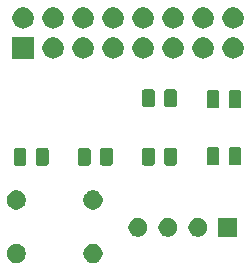
<source format=gts>
G04 #@! TF.GenerationSoftware,KiCad,Pcbnew,(5.1.5)-3*
G04 #@! TF.CreationDate,2020-07-05T19:40:21-04:00*
G04 #@! TF.ProjectId,RPi HAT,52506920-4841-4542-9e6b-696361645f70,rev?*
G04 #@! TF.SameCoordinates,Original*
G04 #@! TF.FileFunction,Soldermask,Top*
G04 #@! TF.FilePolarity,Negative*
%FSLAX46Y46*%
G04 Gerber Fmt 4.6, Leading zero omitted, Abs format (unit mm)*
G04 Created by KiCad (PCBNEW (5.1.5)-3) date 2020-07-05 19:40:21*
%MOMM*%
%LPD*%
G04 APERTURE LIST*
%ADD10C,0.100000*%
G04 APERTURE END LIST*
D10*
G36*
X123960542Y-106507842D02*
G01*
X124108501Y-106569129D01*
X124241655Y-106658099D01*
X124354901Y-106771345D01*
X124443871Y-106904499D01*
X124505158Y-107052458D01*
X124536400Y-107209525D01*
X124536400Y-107369675D01*
X124505158Y-107526742D01*
X124443871Y-107674701D01*
X124354901Y-107807855D01*
X124241655Y-107921101D01*
X124108501Y-108010071D01*
X123960542Y-108071358D01*
X123803475Y-108102600D01*
X123643325Y-108102600D01*
X123486258Y-108071358D01*
X123338299Y-108010071D01*
X123205145Y-107921101D01*
X123091899Y-107807855D01*
X123002929Y-107674701D01*
X122941642Y-107526742D01*
X122910400Y-107369675D01*
X122910400Y-107209525D01*
X122941642Y-107052458D01*
X123002929Y-106904499D01*
X123091899Y-106771345D01*
X123205145Y-106658099D01*
X123338299Y-106569129D01*
X123486258Y-106507842D01*
X123643325Y-106476600D01*
X123803475Y-106476600D01*
X123960542Y-106507842D01*
G37*
G36*
X117458142Y-106507842D02*
G01*
X117606101Y-106569129D01*
X117739255Y-106658099D01*
X117852501Y-106771345D01*
X117941471Y-106904499D01*
X118002758Y-107052458D01*
X118034000Y-107209525D01*
X118034000Y-107369675D01*
X118002758Y-107526742D01*
X117941471Y-107674701D01*
X117852501Y-107807855D01*
X117739255Y-107921101D01*
X117606101Y-108010071D01*
X117458142Y-108071358D01*
X117301075Y-108102600D01*
X117140925Y-108102600D01*
X116983858Y-108071358D01*
X116835899Y-108010071D01*
X116702745Y-107921101D01*
X116589499Y-107807855D01*
X116500529Y-107674701D01*
X116439242Y-107526742D01*
X116408000Y-107369675D01*
X116408000Y-107209525D01*
X116439242Y-107052458D01*
X116500529Y-106904499D01*
X116589499Y-106771345D01*
X116702745Y-106658099D01*
X116835899Y-106569129D01*
X116983858Y-106507842D01*
X117140925Y-106476600D01*
X117301075Y-106476600D01*
X117458142Y-106507842D01*
G37*
G36*
X135954400Y-105880800D02*
G01*
X134352400Y-105880800D01*
X134352400Y-104278800D01*
X135954400Y-104278800D01*
X135954400Y-105880800D01*
G37*
G36*
X132847042Y-104309581D02*
G01*
X132992814Y-104369962D01*
X132992816Y-104369963D01*
X133124008Y-104457622D01*
X133235578Y-104569192D01*
X133323237Y-104700384D01*
X133323238Y-104700386D01*
X133383619Y-104846158D01*
X133414400Y-105000907D01*
X133414400Y-105158693D01*
X133383619Y-105313442D01*
X133323238Y-105459214D01*
X133323237Y-105459216D01*
X133235578Y-105590408D01*
X133124008Y-105701978D01*
X132992816Y-105789637D01*
X132992815Y-105789638D01*
X132992814Y-105789638D01*
X132847042Y-105850019D01*
X132692293Y-105880800D01*
X132534507Y-105880800D01*
X132379758Y-105850019D01*
X132233986Y-105789638D01*
X132233985Y-105789638D01*
X132233984Y-105789637D01*
X132102792Y-105701978D01*
X131991222Y-105590408D01*
X131903563Y-105459216D01*
X131903562Y-105459214D01*
X131843181Y-105313442D01*
X131812400Y-105158693D01*
X131812400Y-105000907D01*
X131843181Y-104846158D01*
X131903562Y-104700386D01*
X131903563Y-104700384D01*
X131991222Y-104569192D01*
X132102792Y-104457622D01*
X132233984Y-104369963D01*
X132233986Y-104369962D01*
X132379758Y-104309581D01*
X132534507Y-104278800D01*
X132692293Y-104278800D01*
X132847042Y-104309581D01*
G37*
G36*
X127767042Y-104309581D02*
G01*
X127912814Y-104369962D01*
X127912816Y-104369963D01*
X128044008Y-104457622D01*
X128155578Y-104569192D01*
X128243237Y-104700384D01*
X128243238Y-104700386D01*
X128303619Y-104846158D01*
X128334400Y-105000907D01*
X128334400Y-105158693D01*
X128303619Y-105313442D01*
X128243238Y-105459214D01*
X128243237Y-105459216D01*
X128155578Y-105590408D01*
X128044008Y-105701978D01*
X127912816Y-105789637D01*
X127912815Y-105789638D01*
X127912814Y-105789638D01*
X127767042Y-105850019D01*
X127612293Y-105880800D01*
X127454507Y-105880800D01*
X127299758Y-105850019D01*
X127153986Y-105789638D01*
X127153985Y-105789638D01*
X127153984Y-105789637D01*
X127022792Y-105701978D01*
X126911222Y-105590408D01*
X126823563Y-105459216D01*
X126823562Y-105459214D01*
X126763181Y-105313442D01*
X126732400Y-105158693D01*
X126732400Y-105000907D01*
X126763181Y-104846158D01*
X126823562Y-104700386D01*
X126823563Y-104700384D01*
X126911222Y-104569192D01*
X127022792Y-104457622D01*
X127153984Y-104369963D01*
X127153986Y-104369962D01*
X127299758Y-104309581D01*
X127454507Y-104278800D01*
X127612293Y-104278800D01*
X127767042Y-104309581D01*
G37*
G36*
X130307042Y-104309581D02*
G01*
X130452814Y-104369962D01*
X130452816Y-104369963D01*
X130584008Y-104457622D01*
X130695578Y-104569192D01*
X130783237Y-104700384D01*
X130783238Y-104700386D01*
X130843619Y-104846158D01*
X130874400Y-105000907D01*
X130874400Y-105158693D01*
X130843619Y-105313442D01*
X130783238Y-105459214D01*
X130783237Y-105459216D01*
X130695578Y-105590408D01*
X130584008Y-105701978D01*
X130452816Y-105789637D01*
X130452815Y-105789638D01*
X130452814Y-105789638D01*
X130307042Y-105850019D01*
X130152293Y-105880800D01*
X129994507Y-105880800D01*
X129839758Y-105850019D01*
X129693986Y-105789638D01*
X129693985Y-105789638D01*
X129693984Y-105789637D01*
X129562792Y-105701978D01*
X129451222Y-105590408D01*
X129363563Y-105459216D01*
X129363562Y-105459214D01*
X129303181Y-105313442D01*
X129272400Y-105158693D01*
X129272400Y-105000907D01*
X129303181Y-104846158D01*
X129363562Y-104700386D01*
X129363563Y-104700384D01*
X129451222Y-104569192D01*
X129562792Y-104457622D01*
X129693984Y-104369963D01*
X129693986Y-104369962D01*
X129839758Y-104309581D01*
X129994507Y-104278800D01*
X130152293Y-104278800D01*
X130307042Y-104309581D01*
G37*
G36*
X123960542Y-101986642D02*
G01*
X124108501Y-102047929D01*
X124241655Y-102136899D01*
X124354901Y-102250145D01*
X124443871Y-102383299D01*
X124505158Y-102531258D01*
X124536400Y-102688325D01*
X124536400Y-102848475D01*
X124505158Y-103005542D01*
X124443871Y-103153501D01*
X124354901Y-103286655D01*
X124241655Y-103399901D01*
X124108501Y-103488871D01*
X123960542Y-103550158D01*
X123803475Y-103581400D01*
X123643325Y-103581400D01*
X123486258Y-103550158D01*
X123338299Y-103488871D01*
X123205145Y-103399901D01*
X123091899Y-103286655D01*
X123002929Y-103153501D01*
X122941642Y-103005542D01*
X122910400Y-102848475D01*
X122910400Y-102688325D01*
X122941642Y-102531258D01*
X123002929Y-102383299D01*
X123091899Y-102250145D01*
X123205145Y-102136899D01*
X123338299Y-102047929D01*
X123486258Y-101986642D01*
X123643325Y-101955400D01*
X123803475Y-101955400D01*
X123960542Y-101986642D01*
G37*
G36*
X117458142Y-101986642D02*
G01*
X117606101Y-102047929D01*
X117739255Y-102136899D01*
X117852501Y-102250145D01*
X117941471Y-102383299D01*
X118002758Y-102531258D01*
X118034000Y-102688325D01*
X118034000Y-102848475D01*
X118002758Y-103005542D01*
X117941471Y-103153501D01*
X117852501Y-103286655D01*
X117739255Y-103399901D01*
X117606101Y-103488871D01*
X117458142Y-103550158D01*
X117301075Y-103581400D01*
X117140925Y-103581400D01*
X116983858Y-103550158D01*
X116835899Y-103488871D01*
X116702745Y-103399901D01*
X116589499Y-103286655D01*
X116500529Y-103153501D01*
X116439242Y-103005542D01*
X116408000Y-102848475D01*
X116408000Y-102688325D01*
X116439242Y-102531258D01*
X116500529Y-102383299D01*
X116589499Y-102250145D01*
X116702745Y-102136899D01*
X116835899Y-102047929D01*
X116983858Y-101986642D01*
X117140925Y-101955400D01*
X117301075Y-101955400D01*
X117458142Y-101986642D01*
G37*
G36*
X128786934Y-98358565D02*
G01*
X128825604Y-98370296D01*
X128861243Y-98389346D01*
X128892483Y-98414983D01*
X128918120Y-98446223D01*
X128937170Y-98481862D01*
X128948901Y-98520532D01*
X128953466Y-98566888D01*
X128953466Y-99643112D01*
X128948901Y-99689468D01*
X128937170Y-99728138D01*
X128918120Y-99763777D01*
X128892483Y-99795017D01*
X128861243Y-99820654D01*
X128825604Y-99839704D01*
X128786934Y-99851435D01*
X128740578Y-99856000D01*
X128089354Y-99856000D01*
X128042998Y-99851435D01*
X128004328Y-99839704D01*
X127968689Y-99820654D01*
X127937449Y-99795017D01*
X127911812Y-99763777D01*
X127892762Y-99728138D01*
X127881031Y-99689468D01*
X127876466Y-99643112D01*
X127876466Y-98566888D01*
X127881031Y-98520532D01*
X127892762Y-98481862D01*
X127911812Y-98446223D01*
X127937449Y-98414983D01*
X127968689Y-98389346D01*
X128004328Y-98370296D01*
X128042998Y-98358565D01*
X128089354Y-98354000D01*
X128740578Y-98354000D01*
X128786934Y-98358565D01*
G37*
G36*
X117925468Y-98358565D02*
G01*
X117964138Y-98370296D01*
X117999777Y-98389346D01*
X118031017Y-98414983D01*
X118056654Y-98446223D01*
X118075704Y-98481862D01*
X118087435Y-98520532D01*
X118092000Y-98566888D01*
X118092000Y-99643112D01*
X118087435Y-99689468D01*
X118075704Y-99728138D01*
X118056654Y-99763777D01*
X118031017Y-99795017D01*
X117999777Y-99820654D01*
X117964138Y-99839704D01*
X117925468Y-99851435D01*
X117879112Y-99856000D01*
X117227888Y-99856000D01*
X117181532Y-99851435D01*
X117142862Y-99839704D01*
X117107223Y-99820654D01*
X117075983Y-99795017D01*
X117050346Y-99763777D01*
X117031296Y-99728138D01*
X117019565Y-99689468D01*
X117015000Y-99643112D01*
X117015000Y-98566888D01*
X117019565Y-98520532D01*
X117031296Y-98481862D01*
X117050346Y-98446223D01*
X117075983Y-98414983D01*
X117107223Y-98389346D01*
X117142862Y-98370296D01*
X117181532Y-98358565D01*
X117227888Y-98354000D01*
X117879112Y-98354000D01*
X117925468Y-98358565D01*
G37*
G36*
X119800468Y-98358565D02*
G01*
X119839138Y-98370296D01*
X119874777Y-98389346D01*
X119906017Y-98414983D01*
X119931654Y-98446223D01*
X119950704Y-98481862D01*
X119962435Y-98520532D01*
X119967000Y-98566888D01*
X119967000Y-99643112D01*
X119962435Y-99689468D01*
X119950704Y-99728138D01*
X119931654Y-99763777D01*
X119906017Y-99795017D01*
X119874777Y-99820654D01*
X119839138Y-99839704D01*
X119800468Y-99851435D01*
X119754112Y-99856000D01*
X119102888Y-99856000D01*
X119056532Y-99851435D01*
X119017862Y-99839704D01*
X118982223Y-99820654D01*
X118950983Y-99795017D01*
X118925346Y-99763777D01*
X118906296Y-99728138D01*
X118894565Y-99689468D01*
X118890000Y-99643112D01*
X118890000Y-98566888D01*
X118894565Y-98520532D01*
X118906296Y-98481862D01*
X118925346Y-98446223D01*
X118950983Y-98414983D01*
X118982223Y-98389346D01*
X119017862Y-98370296D01*
X119056532Y-98358565D01*
X119102888Y-98354000D01*
X119754112Y-98354000D01*
X119800468Y-98358565D01*
G37*
G36*
X125231201Y-98358565D02*
G01*
X125269871Y-98370296D01*
X125305510Y-98389346D01*
X125336750Y-98414983D01*
X125362387Y-98446223D01*
X125381437Y-98481862D01*
X125393168Y-98520532D01*
X125397733Y-98566888D01*
X125397733Y-99643112D01*
X125393168Y-99689468D01*
X125381437Y-99728138D01*
X125362387Y-99763777D01*
X125336750Y-99795017D01*
X125305510Y-99820654D01*
X125269871Y-99839704D01*
X125231201Y-99851435D01*
X125184845Y-99856000D01*
X124533621Y-99856000D01*
X124487265Y-99851435D01*
X124448595Y-99839704D01*
X124412956Y-99820654D01*
X124381716Y-99795017D01*
X124356079Y-99763777D01*
X124337029Y-99728138D01*
X124325298Y-99689468D01*
X124320733Y-99643112D01*
X124320733Y-98566888D01*
X124325298Y-98520532D01*
X124337029Y-98481862D01*
X124356079Y-98446223D01*
X124381716Y-98414983D01*
X124412956Y-98389346D01*
X124448595Y-98370296D01*
X124487265Y-98358565D01*
X124533621Y-98354000D01*
X125184845Y-98354000D01*
X125231201Y-98358565D01*
G37*
G36*
X130661934Y-98358565D02*
G01*
X130700604Y-98370296D01*
X130736243Y-98389346D01*
X130767483Y-98414983D01*
X130793120Y-98446223D01*
X130812170Y-98481862D01*
X130823901Y-98520532D01*
X130828466Y-98566888D01*
X130828466Y-99643112D01*
X130823901Y-99689468D01*
X130812170Y-99728138D01*
X130793120Y-99763777D01*
X130767483Y-99795017D01*
X130736243Y-99820654D01*
X130700604Y-99839704D01*
X130661934Y-99851435D01*
X130615578Y-99856000D01*
X129964354Y-99856000D01*
X129917998Y-99851435D01*
X129879328Y-99839704D01*
X129843689Y-99820654D01*
X129812449Y-99795017D01*
X129786812Y-99763777D01*
X129767762Y-99728138D01*
X129756031Y-99689468D01*
X129751466Y-99643112D01*
X129751466Y-98566888D01*
X129756031Y-98520532D01*
X129767762Y-98481862D01*
X129786812Y-98446223D01*
X129812449Y-98414983D01*
X129843689Y-98389346D01*
X129879328Y-98370296D01*
X129917998Y-98358565D01*
X129964354Y-98354000D01*
X130615578Y-98354000D01*
X130661934Y-98358565D01*
G37*
G36*
X123356201Y-98358565D02*
G01*
X123394871Y-98370296D01*
X123430510Y-98389346D01*
X123461750Y-98414983D01*
X123487387Y-98446223D01*
X123506437Y-98481862D01*
X123518168Y-98520532D01*
X123522733Y-98566888D01*
X123522733Y-99643112D01*
X123518168Y-99689468D01*
X123506437Y-99728138D01*
X123487387Y-99763777D01*
X123461750Y-99795017D01*
X123430510Y-99820654D01*
X123394871Y-99839704D01*
X123356201Y-99851435D01*
X123309845Y-99856000D01*
X122658621Y-99856000D01*
X122612265Y-99851435D01*
X122573595Y-99839704D01*
X122537956Y-99820654D01*
X122506716Y-99795017D01*
X122481079Y-99763777D01*
X122462029Y-99728138D01*
X122450298Y-99689468D01*
X122445733Y-99643112D01*
X122445733Y-98566888D01*
X122450298Y-98520532D01*
X122462029Y-98481862D01*
X122481079Y-98446223D01*
X122506716Y-98414983D01*
X122537956Y-98389346D01*
X122573595Y-98370296D01*
X122612265Y-98358565D01*
X122658621Y-98354000D01*
X123309845Y-98354000D01*
X123356201Y-98358565D01*
G37*
G36*
X136132668Y-98313565D02*
G01*
X136171338Y-98325296D01*
X136206977Y-98344346D01*
X136238217Y-98369983D01*
X136263854Y-98401223D01*
X136282904Y-98436862D01*
X136294635Y-98475532D01*
X136299200Y-98521888D01*
X136299200Y-99598112D01*
X136294635Y-99644468D01*
X136282904Y-99683138D01*
X136263854Y-99718777D01*
X136238217Y-99750017D01*
X136206977Y-99775654D01*
X136171338Y-99794704D01*
X136132668Y-99806435D01*
X136086312Y-99811000D01*
X135435088Y-99811000D01*
X135388732Y-99806435D01*
X135350062Y-99794704D01*
X135314423Y-99775654D01*
X135283183Y-99750017D01*
X135257546Y-99718777D01*
X135238496Y-99683138D01*
X135226765Y-99644468D01*
X135222200Y-99598112D01*
X135222200Y-98521888D01*
X135226765Y-98475532D01*
X135238496Y-98436862D01*
X135257546Y-98401223D01*
X135283183Y-98369983D01*
X135314423Y-98344346D01*
X135350062Y-98325296D01*
X135388732Y-98313565D01*
X135435088Y-98309000D01*
X136086312Y-98309000D01*
X136132668Y-98313565D01*
G37*
G36*
X134257668Y-98313565D02*
G01*
X134296338Y-98325296D01*
X134331977Y-98344346D01*
X134363217Y-98369983D01*
X134388854Y-98401223D01*
X134407904Y-98436862D01*
X134419635Y-98475532D01*
X134424200Y-98521888D01*
X134424200Y-99598112D01*
X134419635Y-99644468D01*
X134407904Y-99683138D01*
X134388854Y-99718777D01*
X134363217Y-99750017D01*
X134331977Y-99775654D01*
X134296338Y-99794704D01*
X134257668Y-99806435D01*
X134211312Y-99811000D01*
X133560088Y-99811000D01*
X133513732Y-99806435D01*
X133475062Y-99794704D01*
X133439423Y-99775654D01*
X133408183Y-99750017D01*
X133382546Y-99718777D01*
X133363496Y-99683138D01*
X133351765Y-99644468D01*
X133347200Y-99598112D01*
X133347200Y-98521888D01*
X133351765Y-98475532D01*
X133363496Y-98436862D01*
X133382546Y-98401223D01*
X133408183Y-98369983D01*
X133439423Y-98344346D01*
X133475062Y-98325296D01*
X133513732Y-98313565D01*
X133560088Y-98309000D01*
X134211312Y-98309000D01*
X134257668Y-98313565D01*
G37*
G36*
X136132668Y-93487565D02*
G01*
X136171338Y-93499296D01*
X136206977Y-93518346D01*
X136238217Y-93543983D01*
X136263854Y-93575223D01*
X136282904Y-93610862D01*
X136294635Y-93649532D01*
X136299200Y-93695888D01*
X136299200Y-94772112D01*
X136294635Y-94818468D01*
X136282904Y-94857138D01*
X136263854Y-94892777D01*
X136238217Y-94924017D01*
X136206977Y-94949654D01*
X136171338Y-94968704D01*
X136132668Y-94980435D01*
X136086312Y-94985000D01*
X135435088Y-94985000D01*
X135388732Y-94980435D01*
X135350062Y-94968704D01*
X135314423Y-94949654D01*
X135283183Y-94924017D01*
X135257546Y-94892777D01*
X135238496Y-94857138D01*
X135226765Y-94818468D01*
X135222200Y-94772112D01*
X135222200Y-93695888D01*
X135226765Y-93649532D01*
X135238496Y-93610862D01*
X135257546Y-93575223D01*
X135283183Y-93543983D01*
X135314423Y-93518346D01*
X135350062Y-93499296D01*
X135388732Y-93487565D01*
X135435088Y-93483000D01*
X136086312Y-93483000D01*
X136132668Y-93487565D01*
G37*
G36*
X134257668Y-93487565D02*
G01*
X134296338Y-93499296D01*
X134331977Y-93518346D01*
X134363217Y-93543983D01*
X134388854Y-93575223D01*
X134407904Y-93610862D01*
X134419635Y-93649532D01*
X134424200Y-93695888D01*
X134424200Y-94772112D01*
X134419635Y-94818468D01*
X134407904Y-94857138D01*
X134388854Y-94892777D01*
X134363217Y-94924017D01*
X134331977Y-94949654D01*
X134296338Y-94968704D01*
X134257668Y-94980435D01*
X134211312Y-94985000D01*
X133560088Y-94985000D01*
X133513732Y-94980435D01*
X133475062Y-94968704D01*
X133439423Y-94949654D01*
X133408183Y-94924017D01*
X133382546Y-94892777D01*
X133363496Y-94857138D01*
X133351765Y-94818468D01*
X133347200Y-94772112D01*
X133347200Y-93695888D01*
X133351765Y-93649532D01*
X133363496Y-93610862D01*
X133382546Y-93575223D01*
X133408183Y-93543983D01*
X133439423Y-93518346D01*
X133475062Y-93499296D01*
X133513732Y-93487565D01*
X133560088Y-93483000D01*
X134211312Y-93483000D01*
X134257668Y-93487565D01*
G37*
G36*
X130661934Y-93385965D02*
G01*
X130700604Y-93397696D01*
X130736243Y-93416746D01*
X130767483Y-93442383D01*
X130793120Y-93473623D01*
X130812170Y-93509262D01*
X130823901Y-93547932D01*
X130828466Y-93594288D01*
X130828466Y-94670512D01*
X130823901Y-94716868D01*
X130812170Y-94755538D01*
X130793120Y-94791177D01*
X130767483Y-94822417D01*
X130736243Y-94848054D01*
X130700604Y-94867104D01*
X130661934Y-94878835D01*
X130615578Y-94883400D01*
X129964354Y-94883400D01*
X129917998Y-94878835D01*
X129879328Y-94867104D01*
X129843689Y-94848054D01*
X129812449Y-94822417D01*
X129786812Y-94791177D01*
X129767762Y-94755538D01*
X129756031Y-94716868D01*
X129751466Y-94670512D01*
X129751466Y-93594288D01*
X129756031Y-93547932D01*
X129767762Y-93509262D01*
X129786812Y-93473623D01*
X129812449Y-93442383D01*
X129843689Y-93416746D01*
X129879328Y-93397696D01*
X129917998Y-93385965D01*
X129964354Y-93381400D01*
X130615578Y-93381400D01*
X130661934Y-93385965D01*
G37*
G36*
X128786934Y-93385965D02*
G01*
X128825604Y-93397696D01*
X128861243Y-93416746D01*
X128892483Y-93442383D01*
X128918120Y-93473623D01*
X128937170Y-93509262D01*
X128948901Y-93547932D01*
X128953466Y-93594288D01*
X128953466Y-94670512D01*
X128948901Y-94716868D01*
X128937170Y-94755538D01*
X128918120Y-94791177D01*
X128892483Y-94822417D01*
X128861243Y-94848054D01*
X128825604Y-94867104D01*
X128786934Y-94878835D01*
X128740578Y-94883400D01*
X128089354Y-94883400D01*
X128042998Y-94878835D01*
X128004328Y-94867104D01*
X127968689Y-94848054D01*
X127937449Y-94822417D01*
X127911812Y-94791177D01*
X127892762Y-94755538D01*
X127881031Y-94716868D01*
X127876466Y-94670512D01*
X127876466Y-93594288D01*
X127881031Y-93547932D01*
X127892762Y-93509262D01*
X127911812Y-93473623D01*
X127937449Y-93442383D01*
X127968689Y-93416746D01*
X128004328Y-93397696D01*
X128042998Y-93385965D01*
X128089354Y-93381400D01*
X128740578Y-93381400D01*
X128786934Y-93385965D01*
G37*
G36*
X135700312Y-88994527D02*
G01*
X135849612Y-89024224D01*
X136013584Y-89092144D01*
X136161154Y-89190747D01*
X136286653Y-89316246D01*
X136385256Y-89463816D01*
X136453176Y-89627788D01*
X136487800Y-89801859D01*
X136487800Y-89979341D01*
X136453176Y-90153412D01*
X136385256Y-90317384D01*
X136286653Y-90464954D01*
X136161154Y-90590453D01*
X136013584Y-90689056D01*
X135849612Y-90756976D01*
X135700312Y-90786673D01*
X135675542Y-90791600D01*
X135498058Y-90791600D01*
X135473288Y-90786673D01*
X135323988Y-90756976D01*
X135160016Y-90689056D01*
X135012446Y-90590453D01*
X134886947Y-90464954D01*
X134788344Y-90317384D01*
X134720424Y-90153412D01*
X134685800Y-89979341D01*
X134685800Y-89801859D01*
X134720424Y-89627788D01*
X134788344Y-89463816D01*
X134886947Y-89316246D01*
X135012446Y-89190747D01*
X135160016Y-89092144D01*
X135323988Y-89024224D01*
X135473288Y-88994527D01*
X135498058Y-88989600D01*
X135675542Y-88989600D01*
X135700312Y-88994527D01*
G37*
G36*
X125540312Y-88994527D02*
G01*
X125689612Y-89024224D01*
X125853584Y-89092144D01*
X126001154Y-89190747D01*
X126126653Y-89316246D01*
X126225256Y-89463816D01*
X126293176Y-89627788D01*
X126327800Y-89801859D01*
X126327800Y-89979341D01*
X126293176Y-90153412D01*
X126225256Y-90317384D01*
X126126653Y-90464954D01*
X126001154Y-90590453D01*
X125853584Y-90689056D01*
X125689612Y-90756976D01*
X125540312Y-90786673D01*
X125515542Y-90791600D01*
X125338058Y-90791600D01*
X125313288Y-90786673D01*
X125163988Y-90756976D01*
X125000016Y-90689056D01*
X124852446Y-90590453D01*
X124726947Y-90464954D01*
X124628344Y-90317384D01*
X124560424Y-90153412D01*
X124525800Y-89979341D01*
X124525800Y-89801859D01*
X124560424Y-89627788D01*
X124628344Y-89463816D01*
X124726947Y-89316246D01*
X124852446Y-89190747D01*
X125000016Y-89092144D01*
X125163988Y-89024224D01*
X125313288Y-88994527D01*
X125338058Y-88989600D01*
X125515542Y-88989600D01*
X125540312Y-88994527D01*
G37*
G36*
X118707800Y-90791600D02*
G01*
X116905800Y-90791600D01*
X116905800Y-88989600D01*
X118707800Y-88989600D01*
X118707800Y-90791600D01*
G37*
G36*
X120460312Y-88994527D02*
G01*
X120609612Y-89024224D01*
X120773584Y-89092144D01*
X120921154Y-89190747D01*
X121046653Y-89316246D01*
X121145256Y-89463816D01*
X121213176Y-89627788D01*
X121247800Y-89801859D01*
X121247800Y-89979341D01*
X121213176Y-90153412D01*
X121145256Y-90317384D01*
X121046653Y-90464954D01*
X120921154Y-90590453D01*
X120773584Y-90689056D01*
X120609612Y-90756976D01*
X120460312Y-90786673D01*
X120435542Y-90791600D01*
X120258058Y-90791600D01*
X120233288Y-90786673D01*
X120083988Y-90756976D01*
X119920016Y-90689056D01*
X119772446Y-90590453D01*
X119646947Y-90464954D01*
X119548344Y-90317384D01*
X119480424Y-90153412D01*
X119445800Y-89979341D01*
X119445800Y-89801859D01*
X119480424Y-89627788D01*
X119548344Y-89463816D01*
X119646947Y-89316246D01*
X119772446Y-89190747D01*
X119920016Y-89092144D01*
X120083988Y-89024224D01*
X120233288Y-88994527D01*
X120258058Y-88989600D01*
X120435542Y-88989600D01*
X120460312Y-88994527D01*
G37*
G36*
X123000312Y-88994527D02*
G01*
X123149612Y-89024224D01*
X123313584Y-89092144D01*
X123461154Y-89190747D01*
X123586653Y-89316246D01*
X123685256Y-89463816D01*
X123753176Y-89627788D01*
X123787800Y-89801859D01*
X123787800Y-89979341D01*
X123753176Y-90153412D01*
X123685256Y-90317384D01*
X123586653Y-90464954D01*
X123461154Y-90590453D01*
X123313584Y-90689056D01*
X123149612Y-90756976D01*
X123000312Y-90786673D01*
X122975542Y-90791600D01*
X122798058Y-90791600D01*
X122773288Y-90786673D01*
X122623988Y-90756976D01*
X122460016Y-90689056D01*
X122312446Y-90590453D01*
X122186947Y-90464954D01*
X122088344Y-90317384D01*
X122020424Y-90153412D01*
X121985800Y-89979341D01*
X121985800Y-89801859D01*
X122020424Y-89627788D01*
X122088344Y-89463816D01*
X122186947Y-89316246D01*
X122312446Y-89190747D01*
X122460016Y-89092144D01*
X122623988Y-89024224D01*
X122773288Y-88994527D01*
X122798058Y-88989600D01*
X122975542Y-88989600D01*
X123000312Y-88994527D01*
G37*
G36*
X130620312Y-88994527D02*
G01*
X130769612Y-89024224D01*
X130933584Y-89092144D01*
X131081154Y-89190747D01*
X131206653Y-89316246D01*
X131305256Y-89463816D01*
X131373176Y-89627788D01*
X131407800Y-89801859D01*
X131407800Y-89979341D01*
X131373176Y-90153412D01*
X131305256Y-90317384D01*
X131206653Y-90464954D01*
X131081154Y-90590453D01*
X130933584Y-90689056D01*
X130769612Y-90756976D01*
X130620312Y-90786673D01*
X130595542Y-90791600D01*
X130418058Y-90791600D01*
X130393288Y-90786673D01*
X130243988Y-90756976D01*
X130080016Y-90689056D01*
X129932446Y-90590453D01*
X129806947Y-90464954D01*
X129708344Y-90317384D01*
X129640424Y-90153412D01*
X129605800Y-89979341D01*
X129605800Y-89801859D01*
X129640424Y-89627788D01*
X129708344Y-89463816D01*
X129806947Y-89316246D01*
X129932446Y-89190747D01*
X130080016Y-89092144D01*
X130243988Y-89024224D01*
X130393288Y-88994527D01*
X130418058Y-88989600D01*
X130595542Y-88989600D01*
X130620312Y-88994527D01*
G37*
G36*
X133160312Y-88994527D02*
G01*
X133309612Y-89024224D01*
X133473584Y-89092144D01*
X133621154Y-89190747D01*
X133746653Y-89316246D01*
X133845256Y-89463816D01*
X133913176Y-89627788D01*
X133947800Y-89801859D01*
X133947800Y-89979341D01*
X133913176Y-90153412D01*
X133845256Y-90317384D01*
X133746653Y-90464954D01*
X133621154Y-90590453D01*
X133473584Y-90689056D01*
X133309612Y-90756976D01*
X133160312Y-90786673D01*
X133135542Y-90791600D01*
X132958058Y-90791600D01*
X132933288Y-90786673D01*
X132783988Y-90756976D01*
X132620016Y-90689056D01*
X132472446Y-90590453D01*
X132346947Y-90464954D01*
X132248344Y-90317384D01*
X132180424Y-90153412D01*
X132145800Y-89979341D01*
X132145800Y-89801859D01*
X132180424Y-89627788D01*
X132248344Y-89463816D01*
X132346947Y-89316246D01*
X132472446Y-89190747D01*
X132620016Y-89092144D01*
X132783988Y-89024224D01*
X132933288Y-88994527D01*
X132958058Y-88989600D01*
X133135542Y-88989600D01*
X133160312Y-88994527D01*
G37*
G36*
X128080312Y-88994527D02*
G01*
X128229612Y-89024224D01*
X128393584Y-89092144D01*
X128541154Y-89190747D01*
X128666653Y-89316246D01*
X128765256Y-89463816D01*
X128833176Y-89627788D01*
X128867800Y-89801859D01*
X128867800Y-89979341D01*
X128833176Y-90153412D01*
X128765256Y-90317384D01*
X128666653Y-90464954D01*
X128541154Y-90590453D01*
X128393584Y-90689056D01*
X128229612Y-90756976D01*
X128080312Y-90786673D01*
X128055542Y-90791600D01*
X127878058Y-90791600D01*
X127853288Y-90786673D01*
X127703988Y-90756976D01*
X127540016Y-90689056D01*
X127392446Y-90590453D01*
X127266947Y-90464954D01*
X127168344Y-90317384D01*
X127100424Y-90153412D01*
X127065800Y-89979341D01*
X127065800Y-89801859D01*
X127100424Y-89627788D01*
X127168344Y-89463816D01*
X127266947Y-89316246D01*
X127392446Y-89190747D01*
X127540016Y-89092144D01*
X127703988Y-89024224D01*
X127853288Y-88994527D01*
X127878058Y-88989600D01*
X128055542Y-88989600D01*
X128080312Y-88994527D01*
G37*
G36*
X120460312Y-86454527D02*
G01*
X120609612Y-86484224D01*
X120773584Y-86552144D01*
X120921154Y-86650747D01*
X121046653Y-86776246D01*
X121145256Y-86923816D01*
X121213176Y-87087788D01*
X121247800Y-87261859D01*
X121247800Y-87439341D01*
X121213176Y-87613412D01*
X121145256Y-87777384D01*
X121046653Y-87924954D01*
X120921154Y-88050453D01*
X120773584Y-88149056D01*
X120609612Y-88216976D01*
X120460312Y-88246673D01*
X120435542Y-88251600D01*
X120258058Y-88251600D01*
X120233288Y-88246673D01*
X120083988Y-88216976D01*
X119920016Y-88149056D01*
X119772446Y-88050453D01*
X119646947Y-87924954D01*
X119548344Y-87777384D01*
X119480424Y-87613412D01*
X119445800Y-87439341D01*
X119445800Y-87261859D01*
X119480424Y-87087788D01*
X119548344Y-86923816D01*
X119646947Y-86776246D01*
X119772446Y-86650747D01*
X119920016Y-86552144D01*
X120083988Y-86484224D01*
X120233288Y-86454527D01*
X120258058Y-86449600D01*
X120435542Y-86449600D01*
X120460312Y-86454527D01*
G37*
G36*
X125540312Y-86454527D02*
G01*
X125689612Y-86484224D01*
X125853584Y-86552144D01*
X126001154Y-86650747D01*
X126126653Y-86776246D01*
X126225256Y-86923816D01*
X126293176Y-87087788D01*
X126327800Y-87261859D01*
X126327800Y-87439341D01*
X126293176Y-87613412D01*
X126225256Y-87777384D01*
X126126653Y-87924954D01*
X126001154Y-88050453D01*
X125853584Y-88149056D01*
X125689612Y-88216976D01*
X125540312Y-88246673D01*
X125515542Y-88251600D01*
X125338058Y-88251600D01*
X125313288Y-88246673D01*
X125163988Y-88216976D01*
X125000016Y-88149056D01*
X124852446Y-88050453D01*
X124726947Y-87924954D01*
X124628344Y-87777384D01*
X124560424Y-87613412D01*
X124525800Y-87439341D01*
X124525800Y-87261859D01*
X124560424Y-87087788D01*
X124628344Y-86923816D01*
X124726947Y-86776246D01*
X124852446Y-86650747D01*
X125000016Y-86552144D01*
X125163988Y-86484224D01*
X125313288Y-86454527D01*
X125338058Y-86449600D01*
X125515542Y-86449600D01*
X125540312Y-86454527D01*
G37*
G36*
X123000312Y-86454527D02*
G01*
X123149612Y-86484224D01*
X123313584Y-86552144D01*
X123461154Y-86650747D01*
X123586653Y-86776246D01*
X123685256Y-86923816D01*
X123753176Y-87087788D01*
X123787800Y-87261859D01*
X123787800Y-87439341D01*
X123753176Y-87613412D01*
X123685256Y-87777384D01*
X123586653Y-87924954D01*
X123461154Y-88050453D01*
X123313584Y-88149056D01*
X123149612Y-88216976D01*
X123000312Y-88246673D01*
X122975542Y-88251600D01*
X122798058Y-88251600D01*
X122773288Y-88246673D01*
X122623988Y-88216976D01*
X122460016Y-88149056D01*
X122312446Y-88050453D01*
X122186947Y-87924954D01*
X122088344Y-87777384D01*
X122020424Y-87613412D01*
X121985800Y-87439341D01*
X121985800Y-87261859D01*
X122020424Y-87087788D01*
X122088344Y-86923816D01*
X122186947Y-86776246D01*
X122312446Y-86650747D01*
X122460016Y-86552144D01*
X122623988Y-86484224D01*
X122773288Y-86454527D01*
X122798058Y-86449600D01*
X122975542Y-86449600D01*
X123000312Y-86454527D01*
G37*
G36*
X135700312Y-86454527D02*
G01*
X135849612Y-86484224D01*
X136013584Y-86552144D01*
X136161154Y-86650747D01*
X136286653Y-86776246D01*
X136385256Y-86923816D01*
X136453176Y-87087788D01*
X136487800Y-87261859D01*
X136487800Y-87439341D01*
X136453176Y-87613412D01*
X136385256Y-87777384D01*
X136286653Y-87924954D01*
X136161154Y-88050453D01*
X136013584Y-88149056D01*
X135849612Y-88216976D01*
X135700312Y-88246673D01*
X135675542Y-88251600D01*
X135498058Y-88251600D01*
X135473288Y-88246673D01*
X135323988Y-88216976D01*
X135160016Y-88149056D01*
X135012446Y-88050453D01*
X134886947Y-87924954D01*
X134788344Y-87777384D01*
X134720424Y-87613412D01*
X134685800Y-87439341D01*
X134685800Y-87261859D01*
X134720424Y-87087788D01*
X134788344Y-86923816D01*
X134886947Y-86776246D01*
X135012446Y-86650747D01*
X135160016Y-86552144D01*
X135323988Y-86484224D01*
X135473288Y-86454527D01*
X135498058Y-86449600D01*
X135675542Y-86449600D01*
X135700312Y-86454527D01*
G37*
G36*
X133160312Y-86454527D02*
G01*
X133309612Y-86484224D01*
X133473584Y-86552144D01*
X133621154Y-86650747D01*
X133746653Y-86776246D01*
X133845256Y-86923816D01*
X133913176Y-87087788D01*
X133947800Y-87261859D01*
X133947800Y-87439341D01*
X133913176Y-87613412D01*
X133845256Y-87777384D01*
X133746653Y-87924954D01*
X133621154Y-88050453D01*
X133473584Y-88149056D01*
X133309612Y-88216976D01*
X133160312Y-88246673D01*
X133135542Y-88251600D01*
X132958058Y-88251600D01*
X132933288Y-88246673D01*
X132783988Y-88216976D01*
X132620016Y-88149056D01*
X132472446Y-88050453D01*
X132346947Y-87924954D01*
X132248344Y-87777384D01*
X132180424Y-87613412D01*
X132145800Y-87439341D01*
X132145800Y-87261859D01*
X132180424Y-87087788D01*
X132248344Y-86923816D01*
X132346947Y-86776246D01*
X132472446Y-86650747D01*
X132620016Y-86552144D01*
X132783988Y-86484224D01*
X132933288Y-86454527D01*
X132958058Y-86449600D01*
X133135542Y-86449600D01*
X133160312Y-86454527D01*
G37*
G36*
X130620312Y-86454527D02*
G01*
X130769612Y-86484224D01*
X130933584Y-86552144D01*
X131081154Y-86650747D01*
X131206653Y-86776246D01*
X131305256Y-86923816D01*
X131373176Y-87087788D01*
X131407800Y-87261859D01*
X131407800Y-87439341D01*
X131373176Y-87613412D01*
X131305256Y-87777384D01*
X131206653Y-87924954D01*
X131081154Y-88050453D01*
X130933584Y-88149056D01*
X130769612Y-88216976D01*
X130620312Y-88246673D01*
X130595542Y-88251600D01*
X130418058Y-88251600D01*
X130393288Y-88246673D01*
X130243988Y-88216976D01*
X130080016Y-88149056D01*
X129932446Y-88050453D01*
X129806947Y-87924954D01*
X129708344Y-87777384D01*
X129640424Y-87613412D01*
X129605800Y-87439341D01*
X129605800Y-87261859D01*
X129640424Y-87087788D01*
X129708344Y-86923816D01*
X129806947Y-86776246D01*
X129932446Y-86650747D01*
X130080016Y-86552144D01*
X130243988Y-86484224D01*
X130393288Y-86454527D01*
X130418058Y-86449600D01*
X130595542Y-86449600D01*
X130620312Y-86454527D01*
G37*
G36*
X128080312Y-86454527D02*
G01*
X128229612Y-86484224D01*
X128393584Y-86552144D01*
X128541154Y-86650747D01*
X128666653Y-86776246D01*
X128765256Y-86923816D01*
X128833176Y-87087788D01*
X128867800Y-87261859D01*
X128867800Y-87439341D01*
X128833176Y-87613412D01*
X128765256Y-87777384D01*
X128666653Y-87924954D01*
X128541154Y-88050453D01*
X128393584Y-88149056D01*
X128229612Y-88216976D01*
X128080312Y-88246673D01*
X128055542Y-88251600D01*
X127878058Y-88251600D01*
X127853288Y-88246673D01*
X127703988Y-88216976D01*
X127540016Y-88149056D01*
X127392446Y-88050453D01*
X127266947Y-87924954D01*
X127168344Y-87777384D01*
X127100424Y-87613412D01*
X127065800Y-87439341D01*
X127065800Y-87261859D01*
X127100424Y-87087788D01*
X127168344Y-86923816D01*
X127266947Y-86776246D01*
X127392446Y-86650747D01*
X127540016Y-86552144D01*
X127703988Y-86484224D01*
X127853288Y-86454527D01*
X127878058Y-86449600D01*
X128055542Y-86449600D01*
X128080312Y-86454527D01*
G37*
G36*
X117920312Y-86454527D02*
G01*
X118069612Y-86484224D01*
X118233584Y-86552144D01*
X118381154Y-86650747D01*
X118506653Y-86776246D01*
X118605256Y-86923816D01*
X118673176Y-87087788D01*
X118707800Y-87261859D01*
X118707800Y-87439341D01*
X118673176Y-87613412D01*
X118605256Y-87777384D01*
X118506653Y-87924954D01*
X118381154Y-88050453D01*
X118233584Y-88149056D01*
X118069612Y-88216976D01*
X117920312Y-88246673D01*
X117895542Y-88251600D01*
X117718058Y-88251600D01*
X117693288Y-88246673D01*
X117543988Y-88216976D01*
X117380016Y-88149056D01*
X117232446Y-88050453D01*
X117106947Y-87924954D01*
X117008344Y-87777384D01*
X116940424Y-87613412D01*
X116905800Y-87439341D01*
X116905800Y-87261859D01*
X116940424Y-87087788D01*
X117008344Y-86923816D01*
X117106947Y-86776246D01*
X117232446Y-86650747D01*
X117380016Y-86552144D01*
X117543988Y-86484224D01*
X117693288Y-86454527D01*
X117718058Y-86449600D01*
X117895542Y-86449600D01*
X117920312Y-86454527D01*
G37*
M02*

</source>
